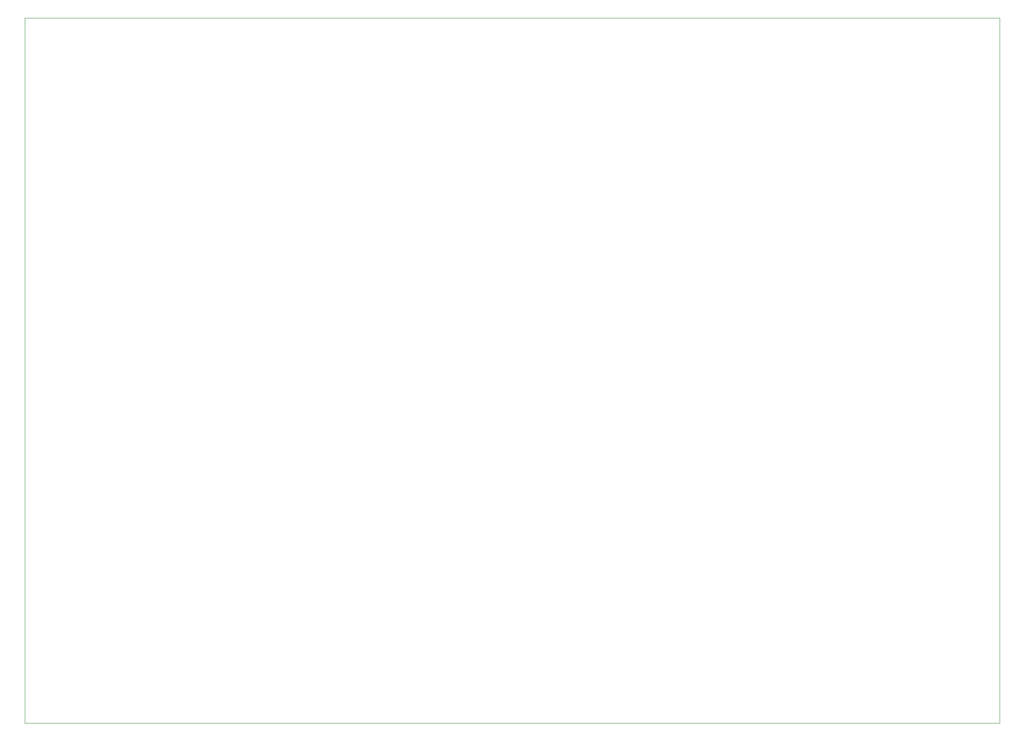
<source format=gbr>
G04 #@! TF.FileFunction,Profile,NP*
%FSLAX46Y46*%
G04 Gerber Fmt 4.6, Leading zero omitted, Abs format (unit mm)*
G04 Created by KiCad (PCBNEW 4.0.7) date 01/04/18 11:15:24*
%MOMM*%
%LPD*%
G01*
G04 APERTURE LIST*
%ADD10C,0.100000*%
G04 APERTURE END LIST*
D10*
X187960000Y0D02*
X193040000Y0D01*
X187960000Y139700000D02*
X193040000Y139700000D01*
X193040000Y2540000D02*
X193040000Y0D01*
X0Y2540000D02*
X0Y0D01*
X0Y2540000D02*
X0Y139700000D01*
X187960000Y0D02*
X0Y0D01*
X193040000Y139700000D02*
X193040000Y2540000D01*
X0Y139700000D02*
X187960000Y139700000D01*
M02*

</source>
